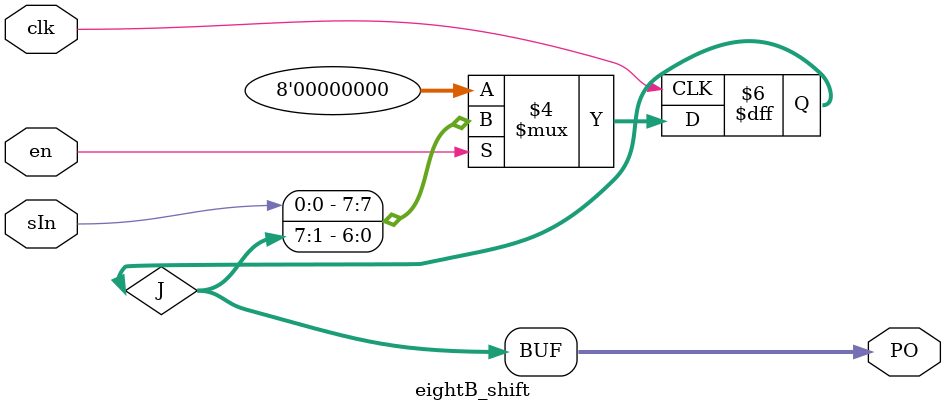
<source format=sv>
`timescale 1ns/1ns
module eightB_shift(input clk, en, sIn, output logic [7:0] PO);
	logic [7:0] J;
	always @ (posedge clk) begin
		if (~en)
			J <= 8'b0;
		else
			J <= {sIn, J[7:1]};
	end

	assign PO = J;

endmodule

</source>
